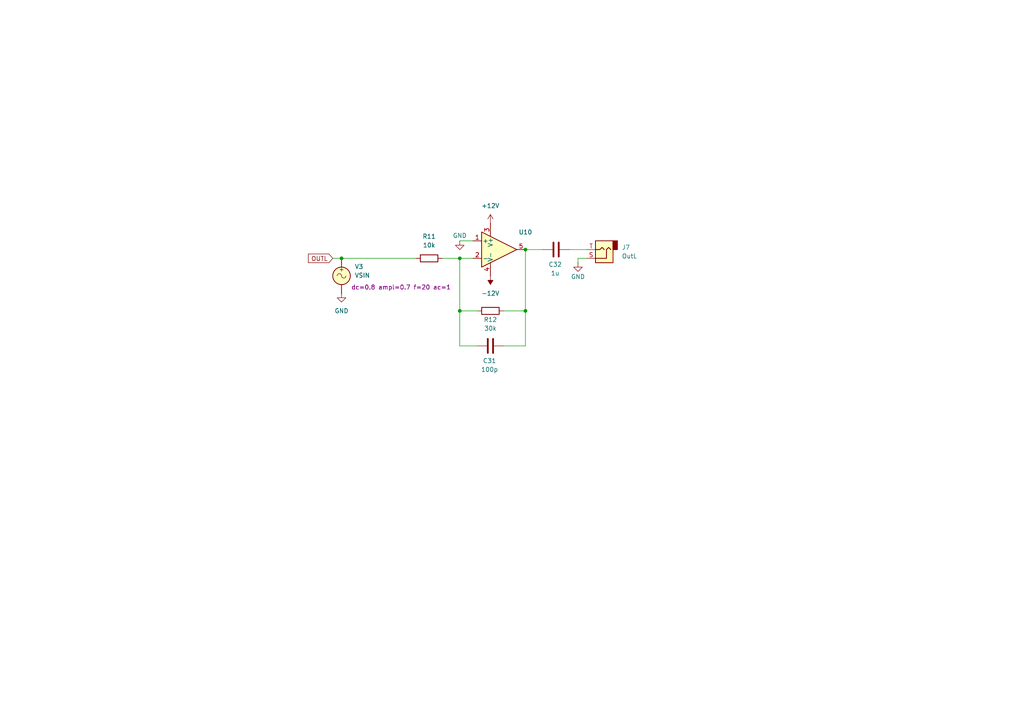
<source format=kicad_sch>
(kicad_sch (version 20231120) (generator "eeschema") (generator_version "8.0")
  (paper "A4")
  (lib_symbols
    (symbol "Connector_Audio:AudioJack2"
      (property "Reference" "J" (at 0 8.89 0))
      (property "Value" "AudioJack2" (at 0 6.35 0))
      (symbol "AudioJack2_0_1"
        (rectangle (start -3.81 0) (end -2.54 -2.54) (stroke (width 0.254)) (fill (type outline)))
        (rectangle (start -2.54 3.81) (end 2.54 -2.54) (stroke (width 0.254)) (fill (type background)))
        (polyline (pts (xy 0 0) (xy 0.635 -0.635) (xy 1.27 0) (xy 2.54 0)) (stroke (width 0.254)))
        (polyline (pts (xy 2.54 2.54) (xy -0.635 2.54) (xy -0.635 0) (xy -1.27 -0.635) (xy -1.905 0)) (stroke (width 0.254)))
      )
      (symbol "AudioJack2_1_1"
        (pin passive line (at 5.08 2.54 180) (length 2.54) (name "~") (number "S"))
        (pin passive line (at 5.08 0 180) (length 2.54) (name "~") (number "T"))
      )
    )
    (symbol "Device:C" (pin_numbers hide) (pin_names (offset 0.254))
      (property "Reference" "C" (at 0.635 2.54 0))
      (property "Value" "C" (at 0.635 -2.54 0))
      (symbol "C_0_1"
        (polyline (pts (xy -2.032 -0.762) (xy 2.032 -0.762)) (stroke (width 0.508)))
        (polyline (pts (xy -2.032 0.762) (xy 2.032 0.762)) (stroke (width 0.508)))
      )
      (symbol "C_1_1"
        (pin passive line (at 0 3.81 270) (length 2.794) (name "~") (number "1"))
        (pin passive line (at 0 -3.81 90) (length 2.794) (name "~") (number "2"))
      )
    )
    (symbol "Device:R" (pin_numbers hide) (pin_names (offset 0))
      (property "Reference" "R" (at 2.032 0 90))
      (property "Value" "R" (at 0 0 90))
      (symbol "R_0_1"
        (rectangle (start -1.016 -2.54) (end 1.016 2.54) (stroke (width 0.254)))
      )
      (symbol "R_1_1"
        (pin passive line (at 0 3.81 270) (length 1.27) (name "~") (number "1"))
        (pin passive line (at 0 -3.81 90) (length 1.27) (name "~") (number "2"))
      )
    )
    (symbol "Simulation_SPICE:OPAMP" (pin_names (offset 0.254))
      (property "Reference" "U" (at 3.81 3.175 0))
      (property "Value" "${SIM.PARAMS}" (at 3.81 -3.175 0))
      (symbol "OPAMP_0_1"
        (polyline (pts (xy 5.08 0) (xy -5.08 5.08) (xy -5.08 -5.08) (xy 5.08 0)) (stroke (width 0.254)) (fill (type background)))
      )
      (symbol "OPAMP_1_1"
        (pin input line (at -7.62 2.54 0) (length 2.54) (name "+") (number "1"))
        (pin input line (at -7.62 -2.54 0) (length 2.54) (name "-") (number "2"))
        (pin power_in line (at -2.54 7.62 270) (length 3.81) (name "V+") (number "3"))
        (pin power_in line (at -2.54 -7.62 90) (length 3.81) (name "V-") (number "4"))
        (pin output line (at 7.62 0 180) (length 2.54) (name "~") (number "5"))
      )
    )
    (symbol "Simulation_SPICE:VSIN" (pin_numbers hide) (pin_names (offset 0.0254))
      (property "Reference" "V" (at 2.54 2.54 0))
      (property "Value" "VSIN" (at 2.54 0 0))
      (property "Sim.Params" "dc=0 ampl=1 f=1k ac=1" (at 2.54 -2.54 0))
      (symbol "VSIN_0_0"
        (arc (start 0 0) (mid -0.635 0.6323) (end -1.27 0))
        (arc (start 0 0) (mid 0.635 -0.6323) (end 1.27 0))
        (text "+" (at 0 1.905 0) (effects (font (size 1.27 1.27))))
      )
      (symbol "VSIN_0_1"
        (circle (center 0 0) (radius 2.54) (stroke (width 0.254)) (fill (type background)))
      )
      (symbol "VSIN_1_1"
        (pin passive line (at 0 5.08 270) (length 2.54) (name "~") (number "1"))
        (pin passive line (at 0 -5.08 90) (length 2.54) (name "~") (number "2"))
      )
    )
    (symbol "power:+5V" (power) (pin_numbers hide) (pin_names (offset 0) hide)
      (property "Value" "+5V" (at 0 3.556 0))
      (symbol "+5V_0_1"
        (polyline (pts (xy -0.762 1.27) (xy 0 2.54)))
        (polyline (pts (xy 0 0) (xy 0 2.54)))
        (polyline (pts (xy 0 2.54) (xy 0.762 1.27)))
      )
      (symbol "+5V_1_1"
        (pin power_in line (at 0 0 90) (length 0) (name "~") (number "1"))
      )
    )
    (symbol "power:-12V" (power) (pin_numbers hide) (pin_names (offset 0) hide)
      (property "Value" "-12V" (at 0 3.556 0))
      (symbol "-12V_0_0"
        (pin power_in line (at 0 0 90) (length 0) (name "~") (number "1"))
      )
      (symbol "-12V_0_1"
        (polyline (pts (xy 0 0) (xy 0 1.27) (xy 0.762 1.27) (xy 0 2.54) (xy -0.762 1.27) (xy 0 1.27)) (fill (type outline)))
      )
    )
    (symbol "power:GND" (power) (pin_numbers hide) (pin_names (offset 0) hide)
      (property "Value" "GND" (at 0 -3.81 0))
      (symbol "GND_0_1"
        (polyline (pts (xy 0 0) (xy 0 -1.27) (xy 1.27 -1.27) (xy 0 -2.54) (xy -1.27 -1.27) (xy 0 -1.27)))
      )
      (symbol "GND_1_1"
        (pin power_in line (at 0 0 270) (length 0) (name "~") (number "1"))
      )
    )
  )
  (junction (at 133.35 74.93))
  (junction (at 152.4 72.39))
  (junction (at 152.4 90.17))
  (junction (at 99.06 74.93))
  (junction (at 133.35 90.17))
  (wire (pts (xy 146.05 100.33) (xy 152.4 100.33)))
  (wire (pts (xy 99.06 74.93) (xy 120.65 74.93)))
  (wire (pts (xy 146.05 90.17) (xy 152.4 90.17)))
  (wire (pts (xy 133.35 74.93) (xy 133.35 90.17)))
  (wire (pts (xy 152.4 90.17) (xy 152.4 72.39)))
  (wire (pts (xy 128.27 74.93) (xy 133.35 74.93)))
  (wire (pts (xy 133.35 69.85) (xy 137.16 69.85)))
  (wire (pts (xy 133.35 74.93) (xy 137.16 74.93)))
  (wire (pts (xy 133.35 90.17) (xy 138.43 90.17)))
  (wire (pts (xy 152.4 72.39) (xy 157.48 72.39)))
  (wire (pts (xy 133.35 100.33) (xy 133.35 90.17)))
  (wire (pts (xy 167.64 74.93) (xy 167.64 76.2)))
  (wire (pts (xy 96.52 74.93) (xy 99.06 74.93)))
  (wire (pts (xy 165.1 72.39) (xy 170.18 72.39)))
  (wire (pts (xy 152.4 100.33) (xy 152.4 90.17)))
  (wire (pts (xy 138.43 100.33) (xy 133.35 100.33)))
  (wire (pts (xy 170.18 74.93) (xy 167.64 74.93)))
  (global_label "OUTL" (shape input) (at 96.52 74.93 180) (property "Intersheetrefs" "${INTERSHEET_REFS}" (effects (hide yes))))
  (symbol (lib_id "power:+5V") (at 142.24 64.77 0) (unit 1)
    (property "Reference" "#PWR052" (effects (hide yes)))
    (property "Value" "+12V" (at 142.24 59.69 0))
    (property "Description" "Power symbol creates a global label with name \"+5V\"" (effects (hide yes)))
  )
  (symbol (lib_id "Device:R") (at 124.46 74.93 90) (unit 1)
    (property "Reference" "R11" (at 124.46 68.58 90))
    (property "Value" "10k" (at 124.46 71.12 90))
    (property "Description" "Resistor" (effects (hide yes)))
  )
  (symbol (lib_id "Simulation_SPICE:VSIN") (at 99.06 80.01 0) (unit 1) (in_bom no) (on_board no)
    (property "Reference" "V3" (at 102.87 77.3401 0) (effects (justify left)))
    (property "Value" "VSIN" (at 102.87 79.8801 0) (effects (justify left)))
    (property "Datasheet" "https://ngspice.sourceforge.io/docs/ngspice-html-manual/manual.xhtml#sec_Independent_Sources_for" (effects (hide yes)))
    (property "Description" "Voltage source, sinusoidal" (effects (hide yes)))
    (property "Sim.Pins" "1=+ 2=-" (effects (hide yes)))
    (property "Sim.Params" "dc=0.8 ampl=0.7 f=20 ac=1" (at 101.854 83.312 0) (effects (justify left)))
    (property "Sim.Type" "SIN" (effects (hide yes)))
    (property "Sim.Device" "V" (effects (hide yes)))
  )
  (symbol (lib_id "Device:R") (at 142.24 90.17 90) (unit 1)
    (property "Reference" "R12" (at 142.24 92.71 90))
    (property "Value" "30k" (at 142.24 95.25 90))
    (property "Description" "Resistor" (effects (hide yes)))
  )
  (symbol (lib_id "power:GND") (at 167.64 76.2 0) (mirror y) (unit 1)
    (property "Reference" "#PWR054" (effects (hide yes)))
    (property "Value" "GND" (at 167.64 80.264 0))
    (property "Description" "Power symbol creates a global label with name \"GND\" , ground" (effects (hide yes)))
  )
  (symbol (lib_id "power:-12V") (at 142.24 80.01 180) (unit 1)
    (property "Reference" "#PWR053" (effects (hide yes)))
    (property "Value" "-12V" (at 142.24 85.09 0))
    (property "Description" "Power symbol creates a global label with name \"-12V\"" (effects (hide yes)))
  )
  (symbol (lib_id "Simulation_SPICE:OPAMP") (at 144.78 72.39 0) (unit 1)
    (property "Reference" "U10" (at 152.4 67.3414 0))
    (property "Value" "${SIM.PARAMS}" (at 152.4 69.2465 0))
    (property "Datasheet" "https://ngspice.sourceforge.io/docs/ngspice-html-manual/manual.xhtml#sec__SUBCKT_Subcircuits" (effects (hide yes)))
    (property "Description" "Operational amplifier, single, node sequence=1:+ 2:- 3:OUT 4:V+ 5:V-" (effects (hide yes)))
    (property "Sim.Pins" "1=in+ 2=in- 3=vcc 4=vee 5=out" (effects (hide yes)))
    (property "Sim.Device" "SUBCKT" (effects (hide yes)))
    (property "Sim.Library" "${KICAD7_SYMBOL_DIR}/Simulation_SPICE.sp" (effects (hide yes)))
    (property "Sim.Name" "kicad_builtin_opamp" (effects (hide yes)))
  )
  (symbol (lib_id "Connector_Audio:AudioJack2") (at 175.26 72.39 180) (unit 1)
    (property "Reference" "J7" (at 180.34 71.7549 0) (effects (justify right)))
    (property "Value" "OutL" (at 180.34 74.2949 0) (effects (justify right)))
    (property "Description" "Audio Jack, 2 Poles (Mono / TS)" (effects (hide yes)))
  )
  (symbol (lib_id "Device:C") (at 161.29 72.39 270) (unit 1)
    (property "Reference" "C32" (at 161.036 76.708 90))
    (property "Value" "1u" (at 161.036 79.248 90))
    (property "Description" "Unpolarized capacitor" (effects (hide yes)))
  )
  (symbol (lib_id "power:GND") (at 133.35 69.85 0) (unit 1)
    (property "Reference" "#PWR051" (effects (hide yes)))
    (property "Value" "GND" (at 133.35 68.326 0))
    (property "Description" "Power symbol creates a global label with name \"GND\" , ground" (effects (hide yes)))
  )
  (symbol (lib_id "power:GND") (at 99.06 85.09 0) (unit 1) (in_bom no) (on_board no)
    (property "Reference" "#PWR050" (effects (hide yes)))
    (property "Value" "GND" (at 99.06 90.17 0))
    (property "Description" "Power symbol creates a global label with name \"GND\" , ground" (effects (hide yes)))
  )
  (symbol (lib_id "Device:C") (at 142.24 100.33 270) (unit 1)
    (property "Reference" "C31" (at 141.986 104.648 90))
    (property "Value" "100p" (at 141.986 107.188 90))
    (property "Description" "Unpolarized capacitor" (effects (hide yes)))
  )
)
</source>
